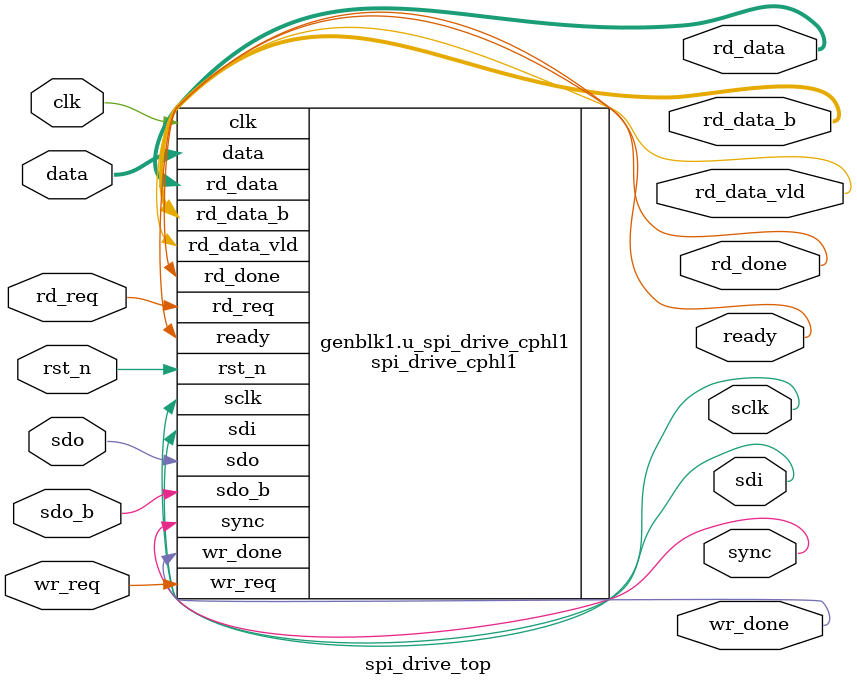
<source format=v>
module  spi_drive_top  #(
      parameter  DIVIDE          = 2    ,  //Ê±ÖÓµÄ·ÖÆµÏµÊý
      parameter  DATA_WITH       =29    ,  //·¢ËÍÊý¾ÝµÄÎ»¿í
      parameter  CPOL            =1'b0  ,  //spiµÄÊ±ÖÓ¼«ÐÔ
      parameter  CPHL            =1'b1  ,  //spiµÄÊ±ÖÓÏàÎ»
      parameter  READ_DATA_WITH  =29    ,  //¶ÁÊý¾ÝµÄÎ»¿í
      parameter  WAIT_TIME       =20       //¶ÁÊý¾ÝÊ±Á½¸ö½×¶ÎµÄµÈ´ýÊ±¼ä£¨×îÐ¡µ¥Î»ÎªSCLKµÄÊ±ÖÓÖÜÆÚ£©
) 
(
      input  rst_n                              ,   //ÏµÍ³¸´Î»ÐÅºÅ
      input  clk                                ,   //ÏµÍ³Ê±ÖÓÐÅºÅ
      input  wr_req                             ,   //Ð´ÇëÇóÐÅºÅ
      input  rd_req                             ,   //¶ÁÇëÇóÐÅºÅ
      input  [DATA_WITH-1:0]   data             ,   //Ð´ÈëµÄÊý¾Ý
      output wire ready                         ,   //spi×ÜÏß×¼±¸ºÃÐÅºÅ
      output wire sync                          ,   //spiÖ¡Í¬²½ÐÅºÅ
      output wire sclk                          ,   //spi×ÜÏßµÄÊ±ÖÓÐÅºÅ
      output wire sdi                           ,   //´ÓÆ÷¼þÊäÈëÊý¾ÝµÄÐÅºÅ
      output wr_done                            ,
      output rd_done                            , 
      input  sdo                                 ,   //´Ó´ÓÆ÷¼þ»Ø¶ÁÊý¾ÝµÄÐÅºÅ
      input  sdo_b                               ,
      output wire [READ_DATA_WITH-1:0]rd_data    ,   //´Ó´ÓÆ÷¼þÖÐ¶ÁÈ¡µÄÊý¾Ý
      output wire [READ_DATA_WITH-1:0]rd_data_b  ,   
      output wire rd_data_vld                      //´Ó´ÓÆ÷¼þÖÐ¶ÁÈ¡µÄÊý¾ÝÓÐÐ§ÐÅºÅ
);
                     
generate 
if(CPHL==0) begin
   spi_drive_cphl0 #(
                 .DIVIDE          ( DIVIDE          ),  
                 .DATA_WITH       ( DATA_WITH       ),  
                 .CPOL            (  CPOL           ),  
                 .READ_DATA_WITH  (  READ_DATA_WITH ),   
                 .WAIT_TIME       (  WAIT_TIME      ) 
                   )
   u_spi_drive_cphl0 (
                .rst_n    (   rst_n       )       ,   
                .clk      (   clk         )       ,  
                .wr_req   (  wr_req       )       ,  
                .rd_req   (  rd_req       )       ,   
                .data     (   data        )       ,   
                .ready    (  ready        )       ,  
                .wr_done  (  wr_done      )       ,
                .rd_done  (  rd_done      )       , 
                .sync     (  sync         )       , 
                .sclk     (  sclk         )       ,   
                .sdi      (   sdi         )       ,   
                .sdo      (   sdo         )       ,  
                .sdo_b    (   sdo_b       )       ,
                .rd_data  (   rd_data     )       ,   
                .rd_data_b(   rd_data_b   )       ,
                .rd_data_vld( rd_data_vld )           
       );
 end 
 else  begin    
  spi_drive_cphl1#(
               .DIVIDE          ( DIVIDE          ),  
               .DATA_WITH       ( DATA_WITH       ), 
               .CPOL            (  CPOL           ),  
               .READ_DATA_WITH  (  READ_DATA_WITH ),   
               .WAIT_TIME       (  WAIT_TIME      )
                )
   u_spi_drive_cphl1(
                .rst_n    (   rst_n       )       ,   
                .clk      (   clk         )       ,   
                .wr_req   (  wr_req       )       ,   
                .rd_req   (  rd_req       )       ,   
                .data     (   data        )       ,  
                .ready    (  ready        )       ,   
                .wr_done  (  wr_done      )       ,
                .rd_done  (  rd_done      )       , 
                .sync     (  sync         )       ,   
                .sclk     (  sclk         )       ,  
                .sdi      (  sdi          )       ,  
                .sdo      (  sdo          )       ,   
                .sdo_b    (  sdo_b        )       , 
                .rd_data  (  rd_data      )       ,   
                .rd_data_b(   rd_data_b   )       ,
                .rd_data_vld( rd_data_vld  )                
       );      
 end
endgenerate
endmodule
</source>
